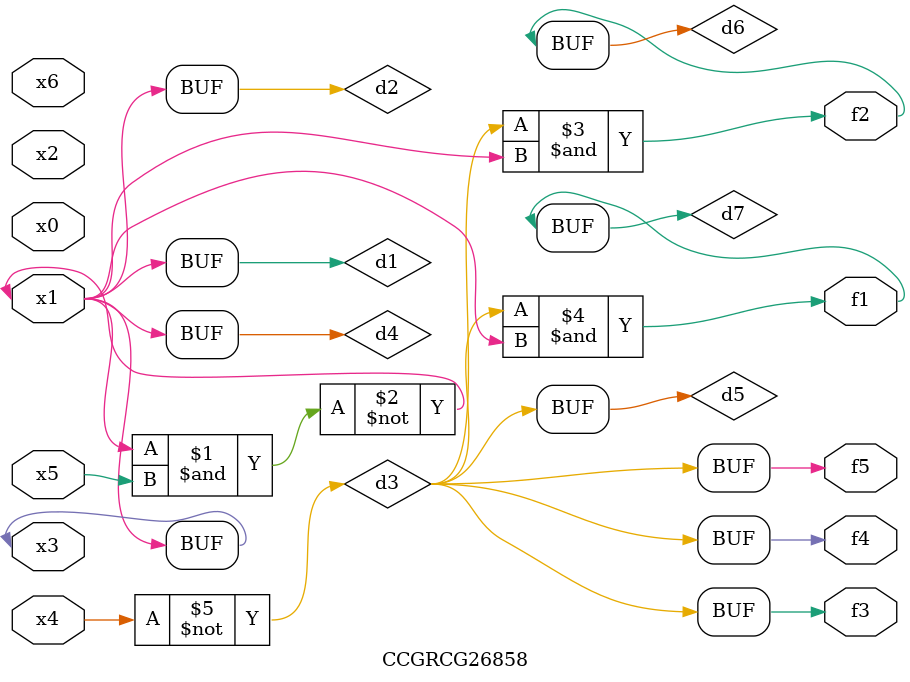
<source format=v>
module CCGRCG26858(
	input x0, x1, x2, x3, x4, x5, x6,
	output f1, f2, f3, f4, f5
);

	wire d1, d2, d3, d4, d5, d6, d7;

	buf (d1, x1, x3);
	nand (d2, x1, x5);
	not (d3, x4);
	buf (d4, d1, d2);
	buf (d5, d3);
	and (d6, d3, d4);
	and (d7, d3, d4);
	assign f1 = d7;
	assign f2 = d6;
	assign f3 = d5;
	assign f4 = d5;
	assign f5 = d5;
endmodule

</source>
